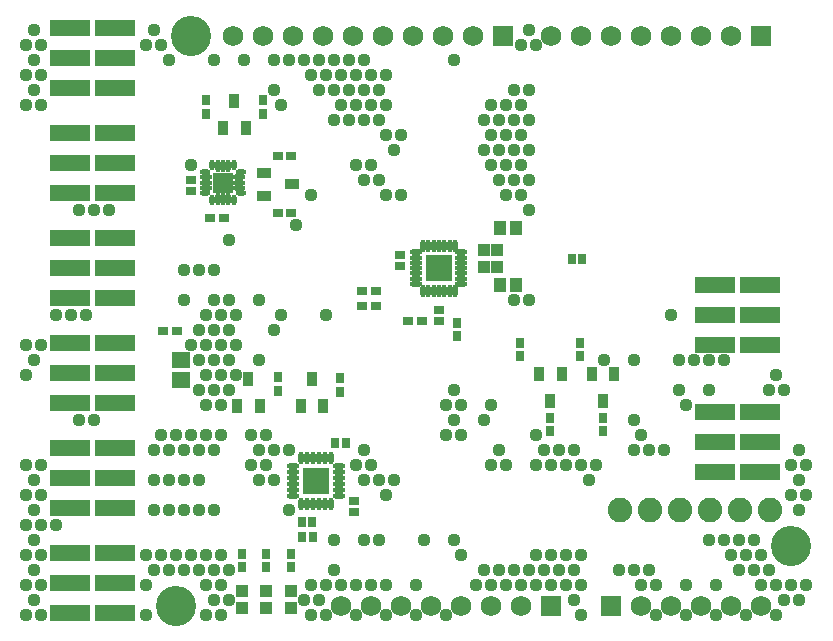
<source format=gts>
G04 Layer_Color=8388736*
%FSLAX25Y25*%
%MOIN*%
G70*
G01*
G75*
%ADD51O,0.04147X0.01784*%
%ADD52O,0.01784X0.04147*%
%ADD53R,0.08674X0.08674*%
%ADD54R,0.03910X0.04304*%
%ADD55R,0.03162X0.03753*%
%ADD56R,0.03359X0.04540*%
%ADD57R,0.04343X0.04737*%
%ADD58R,0.03320X0.03162*%
%ADD59R,0.03753X0.03162*%
%ADD60R,0.04540X0.03359*%
%ADD61R,0.06115X0.05328*%
%ADD62R,0.03162X0.03320*%
%ADD63R,0.13320X0.05800*%
%ADD64R,0.06902X0.06902*%
%ADD65O,0.03556X0.01784*%
%ADD66O,0.04343X0.01784*%
%ADD67O,0.01784X0.03556*%
%ADD68O,0.01784X0.04343*%
%ADD69R,0.03950X0.03950*%
%ADD70R,0.06800X0.06800*%
%ADD71C,0.06800*%
%ADD72C,0.08200*%
%ADD73C,0.13398*%
%ADD74C,0.04400*%
D51*
X93921Y56394D02*
D03*
Y54425D02*
D03*
Y52457D02*
D03*
Y50488D02*
D03*
Y48520D02*
D03*
Y46551D02*
D03*
X109079D02*
D03*
Y48520D02*
D03*
Y50488D02*
D03*
Y52457D02*
D03*
Y54425D02*
D03*
Y56394D02*
D03*
X149980Y117185D02*
D03*
Y118957D02*
D03*
Y120728D02*
D03*
Y122500D02*
D03*
Y124272D02*
D03*
Y126043D02*
D03*
Y127815D02*
D03*
X135020D02*
D03*
Y126043D02*
D03*
Y124272D02*
D03*
Y122500D02*
D03*
Y120728D02*
D03*
Y118957D02*
D03*
Y117185D02*
D03*
D52*
X96579Y43894D02*
D03*
X98547D02*
D03*
X100516D02*
D03*
X102484D02*
D03*
X104453D02*
D03*
X106421D02*
D03*
Y59051D02*
D03*
X104453D02*
D03*
X102484D02*
D03*
X100516D02*
D03*
X98547D02*
D03*
X96579D02*
D03*
X147815Y129980D02*
D03*
X146043D02*
D03*
X144272D02*
D03*
X142500D02*
D03*
X140728D02*
D03*
X138957D02*
D03*
X137185D02*
D03*
Y115020D02*
D03*
X138957D02*
D03*
X140728D02*
D03*
X142500D02*
D03*
X144272D02*
D03*
X146043D02*
D03*
X147815D02*
D03*
D53*
X101500Y51472D02*
D03*
X142500Y122500D02*
D03*
D54*
X157500Y128610D02*
D03*
Y122980D02*
D03*
X161949Y128610D02*
D03*
Y122980D02*
D03*
D55*
X197157Y68154D02*
D03*
Y72681D02*
D03*
X179657Y68154D02*
D03*
Y72681D02*
D03*
X169657Y97681D02*
D03*
Y93154D02*
D03*
X148500Y99736D02*
D03*
Y104264D02*
D03*
X64700Y174036D02*
D03*
Y178564D02*
D03*
X83900Y178564D02*
D03*
Y174036D02*
D03*
X189657Y97681D02*
D03*
Y93154D02*
D03*
X76750Y27311D02*
D03*
Y22783D02*
D03*
X85000Y27311D02*
D03*
Y22783D02*
D03*
X93250D02*
D03*
Y27311D02*
D03*
X89000Y86236D02*
D03*
Y81709D02*
D03*
X109500Y85724D02*
D03*
Y81197D02*
D03*
D56*
X183397Y87209D02*
D03*
X175917D02*
D03*
X179657Y78154D02*
D03*
X70600Y169312D02*
D03*
X78080D02*
D03*
X74340Y178367D02*
D03*
X200897Y87209D02*
D03*
X193417D02*
D03*
X197157Y78154D02*
D03*
X75260Y76472D02*
D03*
X82740D02*
D03*
X79000Y85528D02*
D03*
X96500Y76472D02*
D03*
X103980D02*
D03*
X100240Y85528D02*
D03*
D57*
X168157Y116980D02*
D03*
X162843D02*
D03*
Y135980D02*
D03*
X168157D02*
D03*
D58*
X142500Y108445D02*
D03*
Y104980D02*
D03*
X59700Y151800D02*
D03*
Y148335D02*
D03*
X129600Y126745D02*
D03*
Y123280D02*
D03*
X114200Y44805D02*
D03*
Y41340D02*
D03*
D59*
X136764Y104980D02*
D03*
X132236D02*
D03*
X121500Y114980D02*
D03*
X116972D02*
D03*
X121500Y109980D02*
D03*
X116972D02*
D03*
X88736Y159862D02*
D03*
X93264D02*
D03*
X93264Y140862D02*
D03*
X88736D02*
D03*
X66236Y139362D02*
D03*
X70764D02*
D03*
X50500Y101500D02*
D03*
X55028D02*
D03*
D60*
X84312Y154140D02*
D03*
Y146660D02*
D03*
X93367Y150400D02*
D03*
D61*
X56500Y91945D02*
D03*
Y85055D02*
D03*
D62*
X111365Y64272D02*
D03*
X107900D02*
D03*
X186768Y125500D02*
D03*
X190232D02*
D03*
X100465Y33000D02*
D03*
X97000D02*
D03*
X96768Y37972D02*
D03*
X100232D02*
D03*
D63*
X34500Y62500D02*
D03*
X19500D02*
D03*
X34500Y52500D02*
D03*
X19500D02*
D03*
Y42500D02*
D03*
X34500D02*
D03*
Y27500D02*
D03*
X19500D02*
D03*
X34500Y17500D02*
D03*
X19500D02*
D03*
Y7500D02*
D03*
X34500D02*
D03*
Y167500D02*
D03*
X19500D02*
D03*
X34500Y157500D02*
D03*
X19500D02*
D03*
Y147500D02*
D03*
X34500D02*
D03*
Y202500D02*
D03*
X19500D02*
D03*
X34500Y192500D02*
D03*
X19500D02*
D03*
Y182500D02*
D03*
X34500D02*
D03*
Y132500D02*
D03*
X19500D02*
D03*
X34500Y122500D02*
D03*
X19500D02*
D03*
Y112500D02*
D03*
X34500D02*
D03*
Y97500D02*
D03*
X19500D02*
D03*
X34500Y87500D02*
D03*
X19500D02*
D03*
Y77500D02*
D03*
X34500D02*
D03*
X234500Y54500D02*
D03*
X249500D02*
D03*
X234500Y64500D02*
D03*
X249500D02*
D03*
Y74500D02*
D03*
X234500D02*
D03*
Y97000D02*
D03*
X249500D02*
D03*
X234500Y107000D02*
D03*
X249500D02*
D03*
Y117000D02*
D03*
X234500D02*
D03*
D64*
X70500Y151000D02*
D03*
D65*
X76406Y154543D02*
D03*
Y147457D02*
D03*
X64595D02*
D03*
Y154543D02*
D03*
D66*
X76012Y152772D02*
D03*
Y151000D02*
D03*
Y149228D02*
D03*
X64988D02*
D03*
Y151000D02*
D03*
Y152772D02*
D03*
D67*
X74043Y145095D02*
D03*
X66957D02*
D03*
Y156905D02*
D03*
X74043D02*
D03*
D68*
X72272Y145488D02*
D03*
X70500D02*
D03*
X68728D02*
D03*
Y156512D02*
D03*
X70500D02*
D03*
X72272D02*
D03*
D69*
X76750Y15000D02*
D03*
Y9094D02*
D03*
X85000Y15000D02*
D03*
Y9094D02*
D03*
X93250D02*
D03*
Y15000D02*
D03*
D70*
X200000Y10000D02*
D03*
X180000D02*
D03*
X164000Y200000D02*
D03*
X250000D02*
D03*
D71*
X210000Y10000D02*
D03*
X220000D02*
D03*
X230000D02*
D03*
X240000D02*
D03*
X250000D02*
D03*
X150000D02*
D03*
X140000D02*
D03*
X130000D02*
D03*
X120000D02*
D03*
X110000D02*
D03*
X170000D02*
D03*
X160000D02*
D03*
X154000Y200000D02*
D03*
X144000D02*
D03*
X134000D02*
D03*
X124000D02*
D03*
X114000D02*
D03*
X104000D02*
D03*
X94000D02*
D03*
X84000D02*
D03*
X74000D02*
D03*
X230000D02*
D03*
X240000D02*
D03*
X180000D02*
D03*
X190000D02*
D03*
X200000D02*
D03*
X210000D02*
D03*
X220000D02*
D03*
D72*
X203000Y42000D02*
D03*
X213000D02*
D03*
X223000D02*
D03*
X233000D02*
D03*
X243000D02*
D03*
X253000D02*
D03*
D73*
X260000Y30000D02*
D03*
X55000Y10000D02*
D03*
X60000Y200000D02*
D03*
D74*
X265000Y57000D02*
D03*
Y47000D02*
D03*
Y17000D02*
D03*
X262500Y62000D02*
D03*
X260000Y57000D02*
D03*
X262500Y52000D02*
D03*
X260000Y47000D02*
D03*
X262500Y42000D02*
D03*
X260000Y17000D02*
D03*
X262500Y12000D02*
D03*
X255000Y87000D02*
D03*
X257500Y82000D02*
D03*
X255000Y17000D02*
D03*
X257500Y12000D02*
D03*
X255000Y7000D02*
D03*
X252500Y82000D02*
D03*
X250000Y27000D02*
D03*
X252500Y22000D02*
D03*
X250000Y17000D02*
D03*
X247500Y32000D02*
D03*
X245000Y27000D02*
D03*
X247500Y22000D02*
D03*
X245000Y7000D02*
D03*
X242500Y32000D02*
D03*
X240000Y27000D02*
D03*
X242500Y22000D02*
D03*
X237500Y92000D02*
D03*
Y32000D02*
D03*
X235000Y17000D02*
D03*
Y7000D02*
D03*
X232500Y92000D02*
D03*
Y82000D02*
D03*
Y32000D02*
D03*
X227500Y92000D02*
D03*
X225000Y77000D02*
D03*
Y17000D02*
D03*
Y7000D02*
D03*
X220000Y107000D02*
D03*
X222500Y92000D02*
D03*
Y82000D02*
D03*
X217500Y62000D02*
D03*
X215000Y17000D02*
D03*
Y7000D02*
D03*
X210000Y67000D02*
D03*
X212500Y62000D02*
D03*
Y22000D02*
D03*
X210000Y17000D02*
D03*
X207500Y92000D02*
D03*
Y72000D02*
D03*
Y62000D02*
D03*
Y22000D02*
D03*
X202500D02*
D03*
X197500Y92000D02*
D03*
X195000Y57000D02*
D03*
X190000D02*
D03*
X192500Y52000D02*
D03*
X190000Y27000D02*
D03*
Y17000D02*
D03*
Y7000D02*
D03*
X187500Y62000D02*
D03*
X185000Y57000D02*
D03*
Y27000D02*
D03*
X187500Y22000D02*
D03*
X185000Y17000D02*
D03*
X187500Y12000D02*
D03*
X182500Y62000D02*
D03*
X180000Y57000D02*
D03*
Y27000D02*
D03*
X182500Y22000D02*
D03*
X180000Y17000D02*
D03*
X175000Y197000D02*
D03*
Y67000D02*
D03*
X177500Y62000D02*
D03*
X175000Y57000D02*
D03*
Y27000D02*
D03*
X177500Y22000D02*
D03*
X175000Y17000D02*
D03*
X172500Y202000D02*
D03*
X170000Y197000D02*
D03*
X172500Y182000D02*
D03*
X170000Y177000D02*
D03*
X172500Y172000D02*
D03*
X170000Y167000D02*
D03*
X172500Y162000D02*
D03*
X170000Y157000D02*
D03*
X172500Y152000D02*
D03*
X170000Y147000D02*
D03*
X172500Y142000D02*
D03*
Y112000D02*
D03*
Y22000D02*
D03*
X170000Y17000D02*
D03*
X167500Y182000D02*
D03*
X165000Y177000D02*
D03*
X167500Y172000D02*
D03*
X165000Y167000D02*
D03*
X167500Y162000D02*
D03*
X165000Y157000D02*
D03*
X167500Y152000D02*
D03*
X165000Y147000D02*
D03*
X167500Y112000D02*
D03*
X165000Y57000D02*
D03*
X167500Y22000D02*
D03*
X165000Y17000D02*
D03*
X160000Y177000D02*
D03*
X162500Y172000D02*
D03*
X160000Y167000D02*
D03*
X162500Y162000D02*
D03*
X160000Y157000D02*
D03*
X162500Y152000D02*
D03*
X160000Y77000D02*
D03*
X162500Y62000D02*
D03*
X160000Y57000D02*
D03*
X162500Y22000D02*
D03*
X160000Y17000D02*
D03*
X157500Y172000D02*
D03*
Y162000D02*
D03*
Y72000D02*
D03*
Y22000D02*
D03*
X155000Y17000D02*
D03*
X150000Y77000D02*
D03*
Y67000D02*
D03*
Y27000D02*
D03*
X147500Y192000D02*
D03*
Y82000D02*
D03*
X145000Y77000D02*
D03*
X147500Y72000D02*
D03*
X145000Y67000D02*
D03*
X147500Y32000D02*
D03*
X145000Y7000D02*
D03*
X137500Y32000D02*
D03*
X135000Y17000D02*
D03*
Y7000D02*
D03*
X130000Y167000D02*
D03*
Y147000D02*
D03*
X125000Y187000D02*
D03*
Y177000D02*
D03*
Y167000D02*
D03*
X127500Y162000D02*
D03*
X125000Y147000D02*
D03*
X127500Y52000D02*
D03*
X125000Y47000D02*
D03*
Y17000D02*
D03*
Y7000D02*
D03*
X120000Y187000D02*
D03*
X122500Y182000D02*
D03*
X120000Y177000D02*
D03*
X122500Y172000D02*
D03*
X120000Y157000D02*
D03*
X122500Y152000D02*
D03*
X120000Y57000D02*
D03*
X122500Y52000D02*
D03*
Y32000D02*
D03*
X120000Y17000D02*
D03*
X117500Y192000D02*
D03*
X115000Y187000D02*
D03*
X117500Y182000D02*
D03*
X115000Y177000D02*
D03*
X117500Y172000D02*
D03*
X115000Y157000D02*
D03*
X117500Y152000D02*
D03*
Y62000D02*
D03*
X115000Y57000D02*
D03*
X117500Y52000D02*
D03*
Y32000D02*
D03*
X115000Y17000D02*
D03*
Y7000D02*
D03*
X112500Y192000D02*
D03*
X110000Y187000D02*
D03*
X112500Y182000D02*
D03*
X110000Y177000D02*
D03*
X112500Y172000D02*
D03*
X110000Y17000D02*
D03*
X107500Y192000D02*
D03*
X105000Y187000D02*
D03*
X107500Y182000D02*
D03*
Y172000D02*
D03*
X105000Y107000D02*
D03*
X107500Y32000D02*
D03*
Y22000D02*
D03*
X105000Y17000D02*
D03*
Y7000D02*
D03*
X102500Y192000D02*
D03*
X100000Y187000D02*
D03*
X102500Y182000D02*
D03*
X100000Y147000D02*
D03*
Y17000D02*
D03*
X102500Y12000D02*
D03*
X100000Y7000D02*
D03*
X97500Y192000D02*
D03*
X95000Y137000D02*
D03*
X97500Y12000D02*
D03*
X92500Y192000D02*
D03*
X90000Y177000D02*
D03*
Y107000D02*
D03*
X92500Y62000D02*
D03*
Y42000D02*
D03*
X87500Y192000D02*
D03*
Y182000D02*
D03*
Y102000D02*
D03*
X85000Y67000D02*
D03*
X87500Y62000D02*
D03*
X85000Y57000D02*
D03*
X87500Y52000D02*
D03*
X82500Y112000D02*
D03*
Y92000D02*
D03*
X80000Y67000D02*
D03*
X82500Y62000D02*
D03*
X80000Y57000D02*
D03*
X82500Y52000D02*
D03*
X77500Y192000D02*
D03*
X75000Y107000D02*
D03*
Y97000D02*
D03*
Y87000D02*
D03*
X72500Y132000D02*
D03*
Y112000D02*
D03*
X70000Y107000D02*
D03*
X72500Y102000D02*
D03*
X70000Y97000D02*
D03*
X72500Y92000D02*
D03*
X70000Y87000D02*
D03*
X72500Y82000D02*
D03*
X70000Y77000D02*
D03*
Y67000D02*
D03*
Y27000D02*
D03*
X72500Y22000D02*
D03*
X70000Y17000D02*
D03*
X72500Y12000D02*
D03*
X70000Y7000D02*
D03*
X67500Y192000D02*
D03*
Y122000D02*
D03*
Y112000D02*
D03*
X65000Y107000D02*
D03*
X67500Y102000D02*
D03*
X65000Y97000D02*
D03*
X67500Y92000D02*
D03*
X65000Y87000D02*
D03*
X67500Y82000D02*
D03*
X65000Y77000D02*
D03*
Y67000D02*
D03*
X67500Y62000D02*
D03*
Y42000D02*
D03*
X65000Y27000D02*
D03*
X67500Y22000D02*
D03*
X65000Y17000D02*
D03*
X67500Y12000D02*
D03*
X65000Y7000D02*
D03*
X60000Y157000D02*
D03*
X62500Y122000D02*
D03*
Y102000D02*
D03*
X60000Y97000D02*
D03*
X62500Y92000D02*
D03*
Y82000D02*
D03*
X60000Y67000D02*
D03*
X62500Y62000D02*
D03*
Y52000D02*
D03*
Y42000D02*
D03*
X60000Y27000D02*
D03*
X62500Y22000D02*
D03*
X57500Y122000D02*
D03*
Y112000D02*
D03*
X55000Y67000D02*
D03*
X57500Y62000D02*
D03*
Y52000D02*
D03*
Y42000D02*
D03*
X55000Y27000D02*
D03*
X57500Y22000D02*
D03*
X50000Y197000D02*
D03*
X52500Y192000D02*
D03*
X50000Y67000D02*
D03*
X52500Y62000D02*
D03*
Y52000D02*
D03*
Y42000D02*
D03*
X50000Y27000D02*
D03*
X52500Y22000D02*
D03*
X47500Y202000D02*
D03*
X45000Y197000D02*
D03*
X47500Y62000D02*
D03*
Y52000D02*
D03*
Y42000D02*
D03*
X45000Y27000D02*
D03*
X47500Y22000D02*
D03*
X45000Y17000D02*
D03*
Y7000D02*
D03*
X32500Y142000D02*
D03*
X27500D02*
D03*
X25000Y107000D02*
D03*
X27500Y72000D02*
D03*
X22500Y142000D02*
D03*
X20000Y107000D02*
D03*
X22500Y72000D02*
D03*
X15000Y107000D02*
D03*
Y37000D02*
D03*
X10000Y197000D02*
D03*
Y187000D02*
D03*
Y177000D02*
D03*
Y97000D02*
D03*
Y57000D02*
D03*
Y47000D02*
D03*
Y37000D02*
D03*
Y27000D02*
D03*
Y17000D02*
D03*
Y7000D02*
D03*
X7500Y202000D02*
D03*
X5000Y197000D02*
D03*
X7500Y192000D02*
D03*
X5000Y187000D02*
D03*
X7500Y182000D02*
D03*
X5000Y177000D02*
D03*
Y97000D02*
D03*
X7500Y92000D02*
D03*
X5000Y87000D02*
D03*
Y57000D02*
D03*
X7500Y52000D02*
D03*
X5000Y47000D02*
D03*
X7500Y42000D02*
D03*
X5000Y37000D02*
D03*
X7500Y32000D02*
D03*
X5000Y27000D02*
D03*
X7500Y22000D02*
D03*
X5000Y17000D02*
D03*
X7500Y12000D02*
D03*
X5000Y7000D02*
D03*
M02*

</source>
